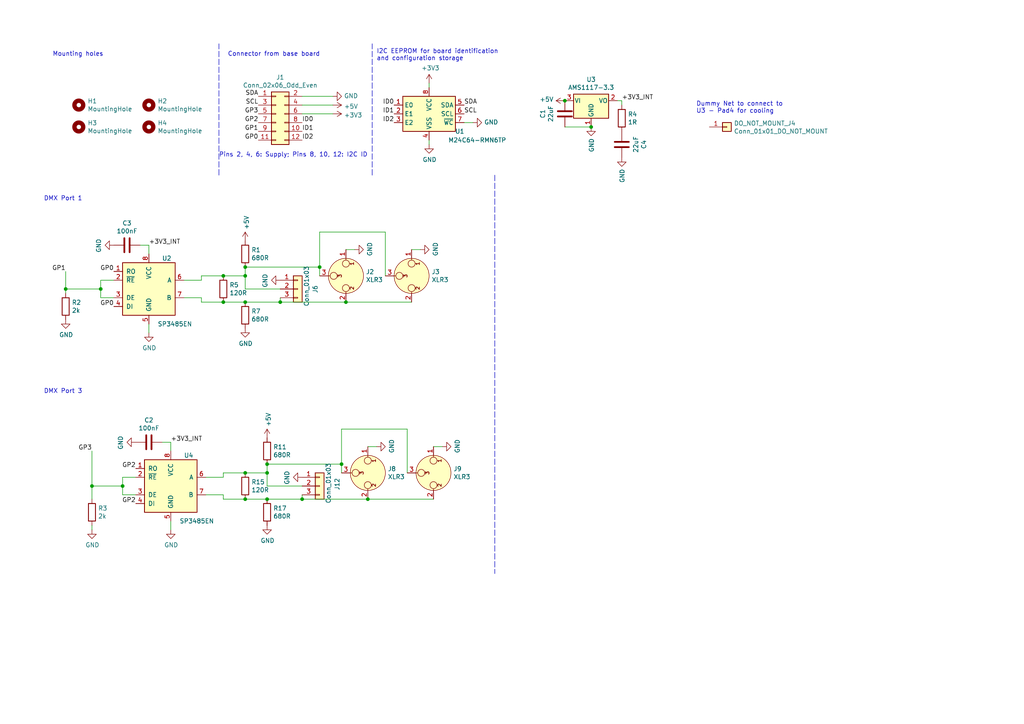
<source format=kicad_sch>
(kicad_sch (version 20211123) (generator eeschema)
  (paper "A4")
  (title_block (title "rp2040_dongle_ioboard_2ports_unisolated") (date "2022-11-09") (rev "0.5") (company "https://www.openlighting.org"))
  (lib_symbols
    (symbol "Connector:XLR3" (pin_names hide)
      (property "Reference" "J" (at 0 8.89 0))
      (property "Value" "XLR3" (at 0 6.35 0))
      (symbol "XLR3_0_1"
        (circle (center -3.556 0) (radius 1.016))
        (circle (center 0 -3.556) (radius 1.016))
        (polyline (pts (xy -5.08 0) (xy -4.572 0)))
        (polyline (pts (xy 0 -5.08) (xy 0 -4.572)))
        (polyline (pts (xy 5.08 0) (xy 4.572 0)))
        (circle (center 0 0) (radius 5.08) (fill (type background)))
        (circle (center 3.556 0) (radius 1.016))
        (text "1" (at -3.556 1.778 0) (effects (font (size 1.016 1.016) bold)))
        (text "2" (at 3.556 1.778 0) (effects (font (size 1.016 1.016) bold)))
        (text "3" (at 0 -1.778 0) (effects (font (size 1.016 1.016) bold)))
        (pin passive line (at -7.62 0 0) (length 2.54) (name "~") (number "1"))
        (pin passive line (at 7.62 0 180) (length 2.54) (name "~") (number "2"))
        (pin passive line (at 0 -7.62 90) (length 2.54) (name "~") (number "3"))
      )
    )
    (symbol "Connector_Generic:Conn_01x01" (pin_names (offset 1.016) hide)
      (property "Reference" "J" (at 0 2.54 0))
      (property "Value" "Conn_01x01" (at 0 -2.54 0))
      (symbol "Conn_01x01_1_1"
        (rectangle (start -1.27 0.127) (end 0 -0.127) (stroke (width 0.1524)))
        (rectangle (start -1.27 1.27) (end 1.27 -1.27) (stroke (width 0.254)) (fill (type background)))
        (pin passive line (at -5.08 0 0) (length 3.81) (name "Pin_1") (number "1"))
      )
    )
    (symbol "Connector_Generic:Conn_01x03" (pin_names (offset 1.016) hide)
      (property "Reference" "J" (at 0 5.08 0))
      (property "Value" "Conn_01x03" (at 0 -5.08 0))
      (symbol "Conn_01x03_1_1"
        (rectangle (start -1.27 -2.413) (end 0 -2.667) (stroke (width 0.1524)))
        (rectangle (start -1.27 0.127) (end 0 -0.127) (stroke (width 0.1524)))
        (rectangle (start -1.27 2.667) (end 0 2.413) (stroke (width 0.1524)))
        (rectangle (start -1.27 3.81) (end 1.27 -3.81) (stroke (width 0.254)) (fill (type background)))
        (pin passive line (at -5.08 2.54 0) (length 3.81) (name "Pin_1") (number "1"))
        (pin passive line (at -5.08 0 0) (length 3.81) (name "Pin_2") (number "2"))
        (pin passive line (at -5.08 -2.54 0) (length 3.81) (name "Pin_3") (number "3"))
      )
    )
    (symbol "Connector_Generic:Conn_02x06_Odd_Even" (pin_names (offset 1.016) hide)
      (property "Reference" "J" (at 1.27 7.62 0))
      (property "Value" "Conn_02x06_Odd_Even" (at 1.27 -10.16 0))
      (symbol "Conn_02x06_Odd_Even_1_1"
        (rectangle (start -1.27 -7.493) (end 0 -7.747) (stroke (width 0.1524)))
        (rectangle (start -1.27 -4.953) (end 0 -5.207) (stroke (width 0.1524)))
        (rectangle (start -1.27 -2.413) (end 0 -2.667) (stroke (width 0.1524)))
        (rectangle (start -1.27 0.127) (end 0 -0.127) (stroke (width 0.1524)))
        (rectangle (start -1.27 2.667) (end 0 2.413) (stroke (width 0.1524)))
        (rectangle (start -1.27 5.207) (end 0 4.953) (stroke (width 0.1524)))
        (rectangle (start -1.27 6.35) (end 3.81 -8.89) (stroke (width 0.254)) (fill (type background)))
        (rectangle (start 3.81 -7.493) (end 2.54 -7.747) (stroke (width 0.1524)))
        (rectangle (start 3.81 -4.953) (end 2.54 -5.207) (stroke (width 0.1524)))
        (rectangle (start 3.81 -2.413) (end 2.54 -2.667) (stroke (width 0.1524)))
        (rectangle (start 3.81 0.127) (end 2.54 -0.127) (stroke (width 0.1524)))
        (rectangle (start 3.81 2.667) (end 2.54 2.413) (stroke (width 0.1524)))
        (rectangle (start 3.81 5.207) (end 2.54 4.953) (stroke (width 0.1524)))
        (pin passive line (at -5.08 5.08 0) (length 3.81) (name "Pin_1") (number "1"))
        (pin passive line (at 7.62 -5.08 180) (length 3.81) (name "Pin_10") (number "10"))
        (pin passive line (at -5.08 -7.62 0) (length 3.81) (name "Pin_11") (number "11"))
        (pin passive line (at 7.62 -7.62 180) (length 3.81) (name "Pin_12") (number "12"))
        (pin passive line (at 7.62 5.08 180) (length 3.81) (name "Pin_2") (number "2"))
        (pin passive line (at -5.08 2.54 0) (length 3.81) (name "Pin_3") (number "3"))
        (pin passive line (at 7.62 2.54 180) (length 3.81) (name "Pin_4") (number "4"))
        (pin passive line (at -5.08 0 0) (length 3.81) (name "Pin_5") (number "5"))
        (pin passive line (at 7.62 0 180) (length 3.81) (name "Pin_6") (number "6"))
        (pin passive line (at -5.08 -2.54 0) (length 3.81) (name "Pin_7") (number "7"))
        (pin passive line (at 7.62 -2.54 180) (length 3.81) (name "Pin_8") (number "8"))
        (pin passive line (at -5.08 -5.08 0) (length 3.81) (name "Pin_9") (number "9"))
      )
    )
    (symbol "Device:C" (pin_numbers hide) (pin_names (offset 0.254))
      (property "Reference" "C" (at 0.635 2.54 0))
      (property "Value" "C" (at 0.635 -2.54 0))
      (symbol "C_0_1"
        (polyline (pts (xy -2.032 -0.762) (xy 2.032 -0.762)) (stroke (width 0.508)))
        (polyline (pts (xy -2.032 0.762) (xy 2.032 0.762)) (stroke (width 0.508)))
      )
      (symbol "C_1_1"
        (pin passive line (at 0 3.81 270) (length 2.794) (name "~") (number "1"))
        (pin passive line (at 0 -3.81 90) (length 2.794) (name "~") (number "2"))
      )
    )
    (symbol "Device:R" (pin_numbers hide) (pin_names (offset 0))
      (property "Reference" "R" (at 2.032 0 90))
      (property "Value" "R" (at 0 0 90))
      (symbol "R_0_1"
        (rectangle (start -1.016 -2.54) (end 1.016 2.54) (stroke (width 0.254)))
      )
      (symbol "R_1_1"
        (pin passive line (at 0 3.81 270) (length 1.27) (name "~") (number "1"))
        (pin passive line (at 0 -3.81 90) (length 1.27) (name "~") (number "2"))
      )
    )
    (symbol "Interface_UART:SP3485EN" (pin_names (offset 1.016))
      (property "Reference" "U" (at -7.62 8.89 0))
      (property "Value" "SP3485EN" (at 2.54 8.89 0))
      (symbol "SP3485EN_0_1"
        (rectangle (start -7.62 7.62) (end 7.62 -7.62) (stroke (width 0.254)) (fill (type background)))
      )
      (symbol "SP3485EN_1_1"
        (pin output line (at -10.16 5.08 0) (length 2.54) (name "RO") (number "1"))
        (pin input line (at -10.16 2.54 0) (length 2.54) (name "~{RE}") (number "2"))
        (pin input line (at -10.16 -2.54 0) (length 2.54) (name "DE") (number "3"))
        (pin input line (at -10.16 -5.08 0) (length 2.54) (name "DI") (number "4"))
        (pin power_in line (at 0 -10.16 90) (length 2.54) (name "GND") (number "5"))
        (pin bidirectional line (at 10.16 2.54 180) (length 2.54) (name "A") (number "6"))
        (pin bidirectional line (at 10.16 -2.54 180) (length 2.54) (name "B") (number "7"))
        (pin power_in line (at 0 10.16 270) (length 2.54) (name "VCC") (number "8"))
      )
    )
    (symbol "Mechanical:MountingHole" (pin_names (offset 1.016))
      (property "Reference" "H" (at 0 5.08 0))
      (property "Value" "MountingHole" (at 0 3.175 0))
      (symbol "MountingHole_0_1"
        (circle (center 0 0) (radius 1.27) (stroke (width 1.27)))
      )
    )
    (symbol "Memory_EEPROM:M24C02-WMN"
      (property "Reference" "U" (at -6.35 6.35 0))
      (property "Value" "M24C02-WMN" (at 7.62 6.35 0))
      (symbol "M24C02-WMN_0_1"
        (rectangle (start -7.62 5.08) (end 7.62 -5.08) (stroke (width 0.254)) (fill (type background)))
      )
      (symbol "M24C02-WMN_1_1"
        (pin input line (at -10.16 2.54 0) (length 2.54) (name "E0") (number "1"))
        (pin input line (at -10.16 0 0) (length 2.54) (name "E1") (number "2"))
        (pin input line (at -10.16 -2.54 0) (length 2.54) (name "E2") (number "3"))
        (pin power_in line (at 0 -7.62 90) (length 2.54) (name "VSS") (number "4"))
        (pin bidirectional line (at 10.16 2.54 180) (length 2.54) (name "SDA") (number "5"))
        (pin input line (at 10.16 0 180) (length 2.54) (name "SCL") (number "6"))
        (pin input line (at 10.16 -2.54 180) (length 2.54) (name "~{WC}") (number "7"))
        (pin power_in line (at 0 7.62 270) (length 2.54) (name "VCC") (number "8"))
      )
    )
    (symbol "Regulator_Linear:AMS1117-3.3" (pin_names (offset 0.254))
      (property "Reference" "U" (at -3.81 3.175 0))
      (property "Value" "AMS1117-3.3" (at 0 3.175 0))
      (symbol "AMS1117-3.3_0_1"
        (rectangle (start -5.08 -5.08) (end 5.08 1.905) (stroke (width 0.254)) (fill (type background)))
      )
      (symbol "AMS1117-3.3_1_1"
        (pin power_in line (at 0 -7.62 90) (length 2.54) (name "GND") (number "1"))
        (pin power_out line (at 7.62 0 180) (length 2.54) (name "VO") (number "2"))
        (pin power_in line (at -7.62 0 0) (length 2.54) (name "VI") (number "3"))
      )
    )
    (symbol "ioboard_2ports_unisolated-rescue:+3.3V-power" (power) (pin_names (offset 0))
      (property "Value" "+3.3V-power" (at 0 3.556 0))
      (symbol "+3.3V-power_0_1"
        (polyline (pts (xy -0.762 1.27) (xy 0 2.54)))
        (polyline (pts (xy 0 0) (xy 0 2.54)))
        (polyline (pts (xy 0 2.54) (xy 0.762 1.27)))
      )
      (symbol "+3.3V-power_1_1"
        (pin power_in line (at 0 0 90) (length 0) hide (name "+3V3") (number "1"))
      )
    )
    (symbol "power:+5V" (power) (pin_names (offset 0))
      (property "Value" "+5V" (at 0 3.556 0))
      (symbol "+5V_0_1"
        (polyline (pts (xy -0.762 1.27) (xy 0 2.54)))
        (polyline (pts (xy 0 0) (xy 0 2.54)))
        (polyline (pts (xy 0 2.54) (xy 0.762 1.27)))
      )
      (symbol "+5V_1_1"
        (pin power_in line (at 0 0 90) (length 0) hide (name "+5V") (number "1"))
      )
    )
    (symbol "power:GND" (power) (pin_names (offset 0))
      (property "Value" "GND" (at 0 -3.81 0))
      (symbol "GND_0_1"
        (polyline (pts (xy 0 0) (xy 0 -1.27) (xy 1.27 -1.27) (xy 0 -2.54) (xy -1.27 -1.27) (xy 0 -1.27)))
      )
      (symbol "GND_1_1"
        (pin power_in line (at 0 0 270) (length 0) hide (name "GND") (number "1"))
      )
    )
  )
  (junction (at 35.56 140.97))
  (junction (at 26.67 140.97))
  (junction (at 106.68 144.78))
  (junction (at 64.77 80.01))
  (junction (at 29.21 83.82))
  (junction (at 19.05 83.82))
  (junction (at 92.71 77.47))
  (junction (at 171.45 36.83))
  (junction (at 71.12 137.16))
  (junction (at 77.47 134.62))
  (junction (at 64.77 87.63))
  (junction (at 100.33 87.63))
  (junction (at 99.06 134.62))
  (junction (at 71.12 144.78))
  (junction (at 87.63 144.78))
  (junction (at 71.12 80.01))
  (junction (at 71.12 87.63))
  (junction (at 77.47 137.16))
  (junction (at 163.83 29.21))
  (junction (at 71.12 77.47))
  (junction (at 81.28 87.63))
  (junction (at 77.47 144.78))
  (wire (pts (xy 58.42 87.63) (xy 64.77 87.63)))
  (wire (pts (xy 77.47 140.97) (xy 87.63 140.97)))
  (wire (pts (xy 43.18 93.98) (xy 43.18 96.52)))
  (wire (pts (xy 59.69 143.51) (xy 64.77 143.51)))
  (wire (pts (xy 19.05 78.74) (xy 19.05 83.82)))
  (wire (pts (xy 64.77 144.78) (xy 71.12 144.78)))
  (wire (pts (xy 99.06 137.16) (xy 99.06 134.62)))
  (wire (pts (xy 71.12 137.16) (xy 77.47 137.16)))
  (polyline (pts (xy 143.51 50.8) (xy 143.51 166.37)))
  (wire (pts (xy 46.99 128.27) (xy 49.53 128.27)))
  (wire (pts (xy 58.42 86.36) (xy 58.42 87.63)))
  (wire (pts (xy 64.77 138.43) (xy 64.77 137.16)))
  (wire (pts (xy 87.63 27.94) (xy 96.52 27.94)))
  (wire (pts (xy 77.47 134.62) (xy 99.06 134.62)))
  (wire (pts (xy 71.12 87.63) (xy 81.28 87.63)))
  (wire (pts (xy 96.52 30.48) (xy 87.63 30.48)))
  (wire (pts (xy 71.12 83.82) (xy 81.28 83.82)))
  (wire (pts (xy 26.67 152.4) (xy 26.67 153.67)))
  (wire (pts (xy 71.12 80.01) (xy 71.12 83.82)))
  (wire (pts (xy 92.71 80.01) (xy 92.71 77.47)))
  (polyline (pts (xy 63.5 50.8) (xy 63.5 12.7)))
  (wire (pts (xy 64.77 80.01) (xy 71.12 80.01)))
  (wire (pts (xy 43.18 71.12) (xy 43.18 73.66)))
  (wire (pts (xy 100.33 72.39) (xy 102.87 72.39)))
  (wire (pts (xy 40.64 71.12) (xy 43.18 71.12)))
  (wire (pts (xy 49.53 151.13) (xy 49.53 153.67)))
  (wire (pts (xy 171.45 36.83) (xy 163.83 36.83)))
  (wire (pts (xy 39.37 138.43) (xy 35.56 138.43)))
  (wire (pts (xy 58.42 80.01) (xy 64.77 80.01)))
  (wire (pts (xy 87.63 144.78) (xy 106.68 144.78)))
  (wire (pts (xy 77.47 144.78) (xy 87.63 144.78)))
  (wire (pts (xy 71.12 77.47) (xy 92.71 77.47)))
  (wire (pts (xy 53.34 81.28) (xy 58.42 81.28)))
  (wire (pts (xy 64.77 137.16) (xy 71.12 137.16)))
  (wire (pts (xy 29.21 81.28) (xy 29.21 83.82)))
  (wire (pts (xy 81.28 87.63) (xy 100.33 87.63)))
  (wire (pts (xy 29.21 83.82) (xy 29.21 86.36)))
  (wire (pts (xy 81.28 87.63) (xy 81.28 86.36)))
  (wire (pts (xy 64.77 143.51) (xy 64.77 144.78)))
  (wire (pts (xy 100.33 87.63) (xy 119.38 87.63)))
  (wire (pts (xy 87.63 144.78) (xy 87.63 143.51)))
  (wire (pts (xy 35.56 143.51) (xy 39.37 143.51)))
  (wire (pts (xy 125.73 129.54) (xy 128.27 129.54)))
  (wire (pts (xy 19.05 83.82) (xy 19.05 85.09)))
  (wire (pts (xy 92.71 77.47) (xy 92.71 67.31)))
  (wire (pts (xy 124.46 40.64) (xy 124.46 41.91)))
  (wire (pts (xy 137.16 35.56) (xy 134.62 35.56)))
  (wire (pts (xy 58.42 81.28) (xy 58.42 80.01)))
  (wire (pts (xy 35.56 140.97) (xy 35.56 143.51)))
  (wire (pts (xy 77.47 137.16) (xy 77.47 140.97)))
  (wire (pts (xy 49.53 128.27) (xy 49.53 130.81)))
  (polyline (pts (xy 107.95 50.8) (xy 107.95 12.7)))
  (wire (pts (xy 119.38 72.39) (xy 121.92 72.39)))
  (wire (pts (xy 59.69 138.43) (xy 64.77 138.43)))
  (wire (pts (xy 106.68 129.54) (xy 109.22 129.54)))
  (wire (pts (xy 111.76 67.31) (xy 111.76 80.01)))
  (wire (pts (xy 99.06 124.46) (xy 118.11 124.46)))
  (wire (pts (xy 92.71 67.31) (xy 111.76 67.31)))
  (wire (pts (xy 33.02 81.28) (xy 29.21 81.28)))
  (wire (pts (xy 77.47 137.16) (xy 77.47 134.62)))
  (wire (pts (xy 71.12 80.01) (xy 71.12 77.47)))
  (wire (pts (xy 71.12 144.78) (xy 77.47 144.78)))
  (wire (pts (xy 106.68 144.78) (xy 125.73 144.78)))
  (wire (pts (xy 26.67 140.97) (xy 26.67 144.78)))
  (wire (pts (xy 26.67 140.97) (xy 35.56 140.97)))
  (wire (pts (xy 180.34 29.21) (xy 180.34 30.48)))
  (wire (pts (xy 53.34 86.36) (xy 58.42 86.36)))
  (wire (pts (xy 29.21 86.36) (xy 33.02 86.36)))
  (wire (pts (xy 96.52 33.02) (xy 87.63 33.02)))
  (wire (pts (xy 118.11 124.46) (xy 118.11 137.16)))
  (wire (pts (xy 179.07 29.21) (xy 180.34 29.21)))
  (wire (pts (xy 124.46 24.13) (xy 124.46 25.4)))
  (wire (pts (xy 99.06 134.62) (xy 99.06 124.46)))
  (wire (pts (xy 29.21 83.82) (xy 19.05 83.82)))
  (wire (pts (xy 64.77 87.63) (xy 71.12 87.63)))
  (wire (pts (xy 26.67 130.81) (xy 26.67 140.97)))
  (wire (pts (xy 35.56 138.43) (xy 35.56 140.97)))
  (text "Dummy Net to connect to\nU3 - Pad4 for cooling" (at 201.93 33.02 0) (effects (font (size 1.27 1.27)) (justify left bottom)))
  (text "Pins 2, 4, 6: Supply; Pins 8, 10, 12: I2C ID" (at 63.5 45.72 0) (effects (font (size 1.27 1.27)) (justify left bottom)))
  (text "DMX Port 1" (at 12.7 58.42 0) (effects (font (size 1.27 1.27)) (justify left bottom)))
  (text "DMX Port 3" (at 12.7 114.3 0) (effects (font (size 1.27 1.27)) (justify left bottom)))
  (text "Connector from base board" (at 66.04 16.51 0) (effects (font (size 1.27 1.27)) (justify left bottom)))
  (text "Mounting holes" (at 15.24 16.51 0) (effects (font (size 1.27 1.27)) (justify left bottom)))
  (text "I2C EEPROM for board identification\nand configuration storage" (at 109.22 17.78 0) (effects (font (size 1.27 1.27)) (justify left bottom)))
  (label "ID2" (at 87.63 40.64 0))
  (label "GP2" (at 39.37 146.05 180))
  (label "GP3" (at 26.67 130.81 180))
  (label "GP0" (at 33.02 88.9 180))
  (label "GP0" (at 33.02 78.74 180))
  (label "GP1" (at 74.93 38.1 180))
  (label "ID2" (at 114.3 35.56 180))
  (label "GP1" (at 19.05 78.74 180))
  (label "GP3" (at 74.93 33.02 180))
  (label "+3V3_INT" (at 180.34 29.21 0))
  (label "SCL" (at 74.93 30.48 180))
  (label "SDA" (at 134.62 30.48 0))
  (label "GP2" (at 39.37 135.89 180))
  (label "ID0" (at 87.63 35.56 0))
  (label "ID0" (at 114.3 30.48 180))
  (label "GP0" (at 74.93 40.64 180))
  (label "ID1" (at 87.63 38.1 0))
  (label "ID1" (at 114.3 33.02 180))
  (label "SDA" (at 74.93 27.94 180))
  (label "+3V3_INT" (at 49.53 128.27 0))
  (label "SCL" (at 134.62 33.02 0))
  (label "GP2" (at 74.93 35.56 180))
  (label "+3V3_INT" (at 43.18 71.12 0))
  (symbol (lib_id "Connector_Generic:Conn_02x06_Odd_Even") (at 80.01 33.02 0) (unit 1)
    (property "Reference" "J1" (at 81.28 22.4282 0))
    (property "Value" "Conn_02x06_Odd_Even" (at 81.28 24.7396 0))
    (property "Footprint" "Connector_PinHeader_2.54mm:PinHeader_2x06_P2.54mm_Vertical" (effects hide))
  )
  (symbol (lib_id "power:GND") (at 96.52 27.94 90) (unit 1)
    (property "Reference" "#PWR04" (effects hide))
    (property "Value" "GND" (at 99.7712 27.813 90) (effects (justify right)))
  )
  (symbol (lib_id "power:+5V") (at 96.52 30.48 270) (unit 1)
    (property "Reference" "#PWR05" (effects hide))
    (property "Value" "+5V" (at 99.7712 30.861 90) (effects (justify left)))
  )
  (symbol (lib_id "ioboard_2ports_unisolated-rescue:+3.3V-power") (at 96.52 33.02 270) (unit 1)
    (property "Reference" "#PWR06" (effects hide))
    (property "Value" "+3.3V" (at 99.7712 33.401 90) (effects (justify left)))
  )
  (symbol (lib_id "Memory_EEPROM:M24C02-WMN") (at 124.46 33.02 0) (unit 1)
    (property "Reference" "U1" (at 133.35 38.1 0))
    (property "Value" "M24C64-RMN6TP" (at 138.43 40.64 0))
    (property "Footprint" "Package_SO:SOIC-8_3.9x4.9mm_P1.27mm" (effects hide))
    (property "Datasheet" "http://www.st.com/content/ccc/resource/technical/document/datasheet/b0/d8/50/40/5a/85/49/6f/DM00071904.pdf/files/DM00071904.pdf/jcr:content/translations/en.DM00071904.pdf" (effects hide))
    (property "LCSC" "C79988" (effects hide))
  )
  (symbol (lib_id "ioboard_2ports_unisolated-rescue:+3.3V-power") (at 124.46 24.13 0) (unit 1)
    (property "Reference" "#PWR01" (effects hide))
    (property "Value" "+3.3V" (at 124.841 19.7358 0))
  )
  (symbol (lib_id "power:GND") (at 124.46 41.91 0) (unit 1)
    (property "Reference" "#PWR010" (effects hide))
    (property "Value" "GND" (at 124.587 46.3042 0))
  )
  (symbol (lib_id "power:GND") (at 137.16 35.56 90) (unit 1)
    (property "Reference" "#PWR07" (effects hide))
    (property "Value" "GND" (at 140.4112 35.433 90) (effects (justify right)))
  )
  (symbol (lib_id "Interface_UART:SP3485EN") (at 43.18 83.82 0) (unit 1)
    (property "Reference" "U2" (at 46.99 74.93 0) (effects (justify left)))
    (property "Value" "SP3485EN" (at 45.72 93.98 0) (effects (justify left)))
    (property "Footprint" "Package_SO:SOIC-8_3.9x4.9mm_P1.27mm" (effects hide))
    (property "Datasheet" "http://www.icbase.com/pdf/SPX/SPX00480106.pdf" (effects hide))
    (property "LCSC" "C8963" (effects hide))
  )
  (symbol (lib_id "Device:R") (at 64.77 83.82 180) (unit 1)
    (property "Reference" "R5" (at 66.548 82.6516 0) (effects (justify right)))
    (property "Value" "120R" (at 66.548 84.963 0) (effects (justify right)))
    (property "Footprint" "Resistor_SMD:R_0603_1608Metric_Pad0.98x0.95mm_HandSolder" (effects hide))
    (property "LCSC" "C22787" (effects hide))
  )
  (symbol (lib_id "Connector_Generic:Conn_01x03") (at 86.36 83.82 0) (unit 1)
    (property "Reference" "J6" (at 91.44 85.09 90) (effects (justify left)))
    (property "Value" "Conn_01x03" (at 88.9 88.9 90) (effects (justify left)))
    (property "Footprint" "Connector_PinHeader_2.54mm:PinHeader_1x03_P2.54mm_Vertical" (effects hide))
  )
  (symbol (lib_id "Connector:XLR3") (at 100.33 80.01 270) (unit 1)
    (property "Reference" "J2" (at 106.1212 78.8416 90) (effects (justify left)))
    (property "Value" "XLR3" (at 106.1212 81.153 90) (effects (justify left)))
    (property "Footprint" "Connector_Audio:Jack_XLR_Neutrik_NC3FAAH_Horizontal" (effects hide))
    (property "Datasheet" " ~" (effects hide))
  )
  (symbol (lib_id "Mechanical:MountingHole") (at 22.86 30.48 0) (unit 1)
    (property "Reference" "H1" (at 25.4 29.3116 0) (effects (justify left)))
    (property "Value" "MountingHole" (at 25.4 31.623 0) (effects (justify left)))
    (property "Footprint" "MountingHole:MountingHole_3.2mm_M3" (effects hide))
  )
  (symbol (lib_id "Mechanical:MountingHole") (at 43.18 30.48 0) (unit 1)
    (property "Reference" "H2" (at 45.72 29.3116 0) (effects (justify left)))
    (property "Value" "MountingHole" (at 45.72 31.623 0) (effects (justify left)))
    (property "Footprint" "MountingHole:MountingHole_3.2mm_M3" (effects hide))
  )
  (symbol (lib_id "Mechanical:MountingHole") (at 22.86 36.83 0) (unit 1)
    (property "Reference" "H3" (at 25.4 35.6616 0) (effects (justify left)))
    (property "Value" "MountingHole" (at 25.4 37.973 0) (effects (justify left)))
    (property "Footprint" "MountingHole:MountingHole_3.2mm_M3" (effects hide))
  )
  (symbol (lib_id "Mechanical:MountingHole") (at 43.18 36.83 0) (unit 1)
    (property "Reference" "H4" (at 45.72 35.6616 0) (effects (justify left)))
    (property "Value" "MountingHole" (at 45.72 37.973 0) (effects (justify left)))
    (property "Footprint" "MountingHole:MountingHole_3.2mm_M3" (effects hide))
  )
  (symbol (lib_id "power:GND") (at 43.18 96.52 0) (unit 1)
    (property "Reference" "#PWR021" (effects hide))
    (property "Value" "GND" (at 43.307 100.9142 0))
  )
  (symbol (lib_id "Device:R") (at 71.12 140.97 180) (unit 1)
    (property "Reference" "R15" (at 72.898 139.8016 0) (effects (justify right)))
    (property "Value" "120R" (at 72.898 142.113 0) (effects (justify right)))
    (property "Footprint" "Resistor_SMD:R_0603_1608Metric_Pad0.98x0.95mm_HandSolder" (effects hide))
    (property "LCSC" "C22787" (effects hide))
  )
  (symbol (lib_id "Connector_Generic:Conn_01x03") (at 92.71 140.97 0) (unit 1)
    (property "Reference" "J12" (at 97.79 142.24 90) (effects (justify left)))
    (property "Value" "Conn_01x03" (at 95.25 146.05 90) (effects (justify left)))
    (property "Footprint" "Connector_PinHeader_2.54mm:PinHeader_1x03_P2.54mm_Vertical" (effects hide))
  )
  (symbol (lib_id "Connector:XLR3") (at 106.68 137.16 270) (unit 1)
    (property "Reference" "J8" (at 112.4712 135.9916 90) (effects (justify left)))
    (property "Value" "XLR3" (at 112.4712 138.303 90) (effects (justify left)))
    (property "Footprint" "Connector_Audio:Jack_XLR_Neutrik_NC3FAAH_Horizontal" (effects hide))
    (property "Datasheet" " ~" (effects hide))
  )
  (symbol (lib_id "Device:R") (at 77.47 130.81 180) (unit 1)
    (property "Reference" "R11" (at 79.248 129.6416 0) (effects (justify right)))
    (property "Value" "680R" (at 79.248 131.953 0) (effects (justify right)))
    (property "Footprint" "Resistor_SMD:R_0603_1608Metric_Pad0.98x0.95mm_HandSolder" (effects hide))
    (property "LCSC" "C23228" (effects hide))
  )
  (symbol (lib_id "Device:R") (at 77.47 148.59 180) (unit 1)
    (property "Reference" "R17" (at 79.248 147.4216 0) (effects (justify right)))
    (property "Value" "680R" (at 79.248 149.733 0) (effects (justify right)))
    (property "Footprint" "Resistor_SMD:R_0603_1608Metric_Pad0.98x0.95mm_HandSolder" (effects hide))
    (property "LCSC" "C23228" (effects hide))
  )
  (symbol (lib_id "Connector:XLR3") (at 125.73 137.16 270) (unit 1)
    (property "Reference" "J9" (at 131.5212 135.9916 90) (effects (justify left)))
    (property "Value" "XLR3" (at 131.5212 138.303 90) (effects (justify left)))
    (property "Footprint" "NC3FD-H:Jack_XLR_Neutrik_NC3FD-H_Horizontal" (effects hide))
    (property "Datasheet" " ~" (effects hide))
  )
  (symbol (lib_id "power:GND") (at 71.12 95.25 0) (unit 1)
    (property "Reference" "#PWR035" (effects hide))
    (property "Value" "GND" (at 71.247 99.6442 0))
  )
  (symbol (lib_id "power:+5V") (at 71.12 69.85 0) (unit 1)
    (property "Reference" "#PWR03" (effects hide))
    (property "Value" "+5V" (at 71.501 66.5988 90) (effects (justify left)))
  )
  (symbol (lib_id "Device:R") (at 19.05 88.9 180) (unit 1)
    (property "Reference" "R2" (at 20.828 87.7316 0) (effects (justify right)))
    (property "Value" "2k" (at 20.828 90.043 0) (effects (justify right)))
    (property "Footprint" "Resistor_SMD:R_0603_1608Metric" (effects hide))
    (property "LCSC" "C22975" (effects hide))
  )
  (symbol (lib_id "power:GND") (at 19.05 92.71 0) (unit 1)
    (property "Reference" "#PWR02" (effects hide))
    (property "Value" "GND" (at 19.177 97.1042 0))
  )
  (symbol (lib_id "power:GND") (at 81.28 81.28 270) (unit 1)
    (property "Reference" "#PWR018" (effects hide))
    (property "Value" "GND" (at 76.8858 81.407 0))
  )
  (symbol (lib_id "power:GND") (at 102.87 72.39 90) (unit 1)
    (property "Reference" "#PWR08" (effects hide))
    (property "Value" "GND" (at 107.2642 72.263 0))
  )
  (symbol (lib_id "power:GND") (at 121.92 72.39 90) (unit 1)
    (property "Reference" "#PWR09" (effects hide))
    (property "Value" "GND" (at 126.3142 72.263 0))
  )
  (symbol (lib_id "power:GND") (at 26.67 153.67 0) (unit 1)
    (property "Reference" "#PWR047" (effects hide))
    (property "Value" "GND" (at 26.797 158.0642 0))
  )
  (symbol (lib_id "Interface_UART:SP3485EN") (at 49.53 140.97 0) (unit 1)
    (property "Reference" "U4" (at 53.34 132.08 0) (effects (justify left)))
    (property "Value" "SP3485EN" (at 52.07 151.13 0) (effects (justify left)))
    (property "Footprint" "Package_SO:SOIC-8_3.9x4.9mm_P1.27mm" (effects hide))
    (property "Datasheet" "http://www.icbase.com/pdf/SPX/SPX00480106.pdf" (effects hide))
    (property "LCSC" "C8963" (effects hide))
  )
  (symbol (lib_id "power:GND") (at 49.53 153.67 0) (unit 1)
    (property "Reference" "#PWR048" (effects hide))
    (property "Value" "GND" (at 49.657 158.0642 0))
  )
  (symbol (lib_id "Device:C") (at 43.18 128.27 270) (unit 1)
    (property "Reference" "C2" (at 43.18 121.8692 90))
    (property "Value" "100nF" (at 43.18 124.1806 90))
    (property "Footprint" "Capacitor_SMD:C_0603_1608Metric" (effects hide))
    (property "LCSC" "C14663" (effects hide))
  )
  (symbol (lib_id "power:GND") (at 39.37 128.27 270) (unit 1)
    (property "Reference" "#PWR030" (effects hide))
    (property "Value" "GND" (at 34.9758 128.397 0))
  )
  (symbol (lib_id "Device:R") (at 26.67 148.59 180) (unit 1)
    (property "Reference" "R3" (at 28.448 147.4216 0) (effects (justify right)))
    (property "Value" "2k" (at 28.448 149.733 0) (effects (justify right)))
    (property "Footprint" "Resistor_SMD:R_0603_1608Metric" (effects hide))
    (property "LCSC" "C22975" (effects hide))
  )
  (symbol (lib_id "power:+5V") (at 163.83 29.21 90) (unit 1)
    (property "Reference" "#PWR012" (effects hide))
    (property "Value" "+5V" (at 160.5788 28.829 90) (effects (justify left)))
  )
  (symbol (lib_id "power:GND") (at 77.47 152.4 0) (unit 1)
    (property "Reference" "#PWR045" (effects hide))
    (property "Value" "GND" (at 77.597 156.7942 0))
  )
  (symbol (lib_id "power:GND") (at 109.22 129.54 90) (unit 1)
    (property "Reference" "#PWR033" (effects hide))
    (property "Value" "GND" (at 113.6142 129.413 0))
  )
  (symbol (lib_id "Device:C") (at 163.83 33.02 0) (unit 1)
    (property "Reference" "C1" (at 157.4292 33.02 90))
    (property "Value" "22uF" (at 159.7406 33.02 90))
    (property "Footprint" "Capacitor_SMD:C_0805_2012Metric" (effects hide))
    (property "LCSC" "C45783" (effects hide))
  )
  (symbol (lib_id "power:GND") (at 171.45 36.83 0) (unit 1)
    (property "Reference" "#PWR013" (effects hide))
    (property "Value" "GND" (at 171.577 40.0812 90) (effects (justify right)))
  )
  (symbol (lib_id "power:GND") (at 128.27 129.54 90) (unit 1)
    (property "Reference" "#PWR034" (effects hide))
    (property "Value" "GND" (at 132.6642 129.413 0))
  )
  (symbol (lib_id "power:GND") (at 87.63 138.43 270) (unit 1)
    (property "Reference" "#PWR043" (effects hide))
    (property "Value" "GND" (at 83.2358 138.557 0))
  )
  (symbol (lib_id "power:+5V") (at 77.47 127 0) (unit 1)
    (property "Reference" "#PWR027" (effects hide))
    (property "Value" "+5V" (at 77.851 123.7488 90) (effects (justify left)))
  )
  (symbol (lib_id "Regulator_Linear:AMS1117-3.3") (at 171.45 29.21 0) (unit 1)
    (property "Reference" "U3" (at 171.45 23.0632 0))
    (property "Value" "AMS1117-3.3" (at 171.45 25.3746 0))
    (property "Footprint" "Package_TO_SOT_SMD:SOT-223" (effects hide))
    (property "Datasheet" "http://www.advanced-monolithic.com/pdf/ds1117.pdf" (effects hide))
    (property "LCSC" "C6186" (effects hide))
  )
  (symbol (lib_id "Device:C") (at 180.34 41.91 180) (unit 1)
    (property "Reference" "C4" (at 186.7408 41.91 90))
    (property "Value" "22uF" (at 184.4294 41.91 90))
    (property "Footprint" "Capacitor_SMD:C_0805_2012Metric" (effects hide))
    (property "LCSC" "C45783" (effects hide))
  )
  (symbol (lib_id "Device:R") (at 180.34 34.29 180) (unit 1)
    (property "Reference" "R4" (at 182.118 33.1216 0) (effects (justify right)))
    (property "Value" "1R" (at 182.118 35.433 0) (effects (justify right)))
    (property "Footprint" "Resistor_SMD:R_0805_2012Metric" (effects hide))
    (property "LCSC" "C25271" (effects hide))
  )
  (symbol (lib_id "power:GND") (at 180.34 45.72 0) (unit 1)
    (property "Reference" "#PWR014" (effects hide))
    (property "Value" "GND" (at 180.467 48.9712 90) (effects (justify right)))
  )
  (symbol (lib_id "Connector_Generic:Conn_01x01") (at 210.82 36.83 0) (unit 1)
    (property "Reference" "DO_NOT_MOUNT_J4" (at 212.852 35.7632 0) (effects (justify left)))
    (property "Value" "Conn_01x01_DO_NOT_MOUNT" (at 212.852 38.0746 0) (effects (justify left)))
    (property "Footprint" "Connector_PinHeader_1.00mm:PinHeader_1x02_P1.00mm_Vertical_SMD_Pin1Left" (effects hide))
  )
  (symbol (lib_id "Device:R") (at 71.12 73.66 180) (unit 1)
    (property "Reference" "R1" (at 72.898 72.4916 0) (effects (justify right)))
    (property "Value" "680R" (at 72.898 74.803 0) (effects (justify right)))
    (property "Footprint" "Resistor_SMD:R_0603_1608Metric_Pad0.98x0.95mm_HandSolder" (effects hide))
    (property "LCSC" "C23228" (effects hide))
  )
  (symbol (lib_id "Device:R") (at 71.12 91.44 180) (unit 1)
    (property "Reference" "R7" (at 72.898 90.2716 0) (effects (justify right)))
    (property "Value" "680R" (at 72.898 92.583 0) (effects (justify right)))
    (property "Footprint" "Resistor_SMD:R_0603_1608Metric_Pad0.98x0.95mm_HandSolder" (effects hide))
    (property "LCSC" "C23228" (effects hide))
  )
  (symbol (lib_id "Device:C") (at 36.83 71.12 270) (unit 1)
    (property "Reference" "C3" (at 36.83 64.7192 90))
    (property "Value" "100nF" (at 36.83 67.0306 90))
    (property "Footprint" "Capacitor_SMD:C_0603_1608Metric" (effects hide))
    (property "LCSC" "C14663" (effects hide))
  )
  (symbol (lib_id "power:GND") (at 33.02 71.12 270) (unit 1)
    (property "Reference" "#PWR011" (effects hide))
    (property "Value" "GND" (at 28.6258 71.247 0))
  )
  (symbol (lib_id "Connector:XLR3") (at 119.38 80.01 270) (unit 1)
    (property "Reference" "J3" (at 125.1712 78.8416 90) (effects (justify left)))
    (property "Value" "XLR3" (at 125.1712 81.153 90) (effects (justify left)))
    (property "Footprint" "NC3FD-H:Jack_XLR_Neutrik_NC3FD-H_Horizontal" (effects hide))
    (property "Datasheet" " ~" (effects hide))
  )
)
</source>
